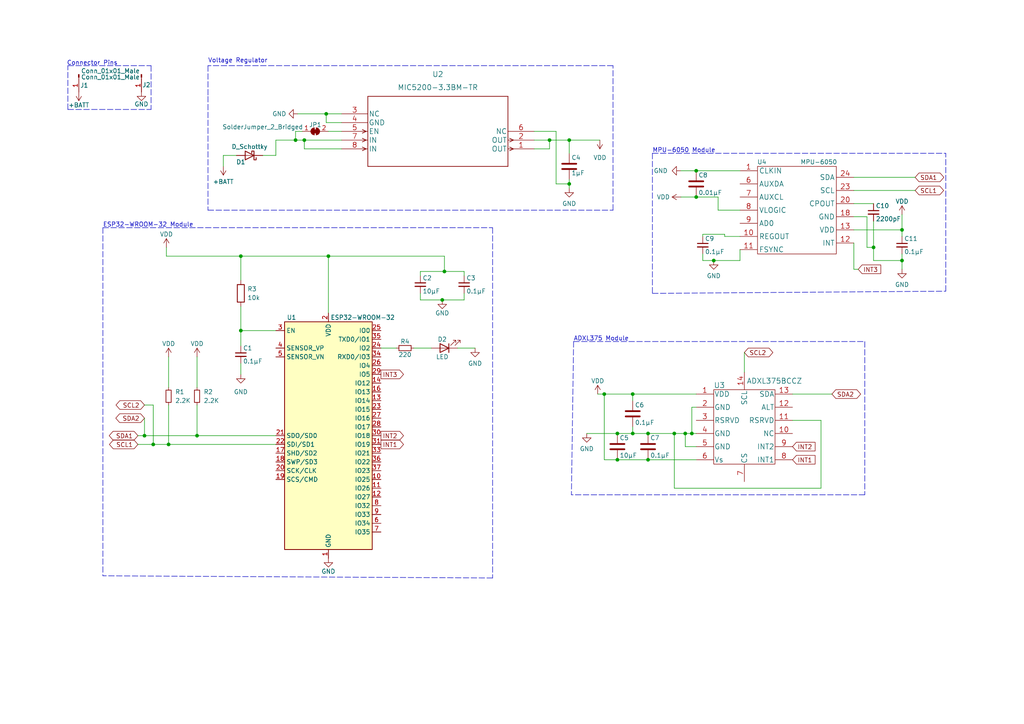
<source format=kicad_sch>
(kicad_sch (version 20211123) (generator eeschema)
  (paper "A4")
  (title_block (title "MITS System") (date "2022-01-30") (rev "Version 1.1") (company "Amogh Kashyap") (comment 2 "Not for Commercial or Monetary Use") (comment 3 "For Use with Proprietary Software") (comment 4 "Property of Amogh Kashyap"))
  (lib_symbols
    (symbol "Connector:Conn_01x01_Male" (pin_names (offset 1.016) hide)
      (property "Reference" "J" (at 0 2.54 0))
      (property "Value" "Conn_01x01_Male" (at 0 -2.54 0))
      (symbol "Conn_01x01_Male_1_1"
        (polyline (pts (xy 1.27 0) (xy 0.8636 0)) (stroke (width 0.1524)))
        (rectangle (start 0.8636 0.127) (end 0 -0.127) (stroke (width 0.1524)) (fill (type outline)))
        (pin passive line (at 5.08 0 180) (length 3.81) (name "Pin_1") (number "1"))
      )
    )
    (symbol "Device:C" (pin_numbers hide) (pin_names (offset 0.254))
      (property "Reference" "C" (at 0.635 2.54 0))
      (property "Value" "C" (at 0.635 -2.54 0))
      (symbol "C_0_1"
        (polyline (pts (xy -2.032 -0.762) (xy 2.032 -0.762)) (stroke (width 0.508)))
        (polyline (pts (xy -2.032 0.762) (xy 2.032 0.762)) (stroke (width 0.508)))
      )
      (symbol "C_1_1"
        (pin passive line (at 0 3.81 270) (length 2.794) (name "~") (number "1"))
        (pin passive line (at 0 -3.81 90) (length 2.794) (name "~") (number "2"))
      )
    )
    (symbol "Device:C_Small" (pin_numbers hide) (pin_names (offset 0.254) hide)
      (property "Reference" "C" (at 0.254 1.778 0))
      (property "Value" "C_Small" (at 0.254 -2.032 0))
      (symbol "C_Small_0_1"
        (polyline (pts (xy -1.524 -0.508) (xy 1.524 -0.508)) (stroke (width 0.3302)))
        (polyline (pts (xy -1.524 0.508) (xy 1.524 0.508)) (stroke (width 0.3048)))
      )
      (symbol "C_Small_1_1"
        (pin passive line (at 0 2.54 270) (length 2.032) (name "~") (number "1"))
        (pin passive line (at 0 -2.54 90) (length 2.032) (name "~") (number "2"))
      )
    )
    (symbol "Device:D_Schottky" (pin_numbers hide) (pin_names (offset 1.016) hide)
      (property "Reference" "D" (at 0 2.54 0))
      (property "Value" "D_Schottky" (at 0 -2.54 0))
      (symbol "D_Schottky_0_1"
        (polyline (pts (xy 1.27 0) (xy -1.27 0)))
        (polyline (pts (xy 1.27 1.27) (xy 1.27 -1.27) (xy -1.27 0) (xy 1.27 1.27)) (stroke (width 0.254)))
        (polyline (pts (xy -1.905 0.635) (xy -1.905 1.27) (xy -1.27 1.27) (xy -1.27 -1.27) (xy -0.635 -1.27) (xy -0.635 -0.635)) (stroke (width 0.254)))
      )
      (symbol "D_Schottky_1_1"
        (pin passive line (at -3.81 0 0) (length 2.54) (name "K") (number "1"))
        (pin passive line (at 3.81 0 180) (length 2.54) (name "A") (number "2"))
      )
    )
    (symbol "Device:LED" (pin_numbers hide) (pin_names (offset 1.016) hide)
      (property "Reference" "D" (at 0 2.54 0))
      (property "Value" "LED" (at 0 -2.54 0))
      (symbol "LED_0_1"
        (polyline (pts (xy -1.27 -1.27) (xy -1.27 1.27)) (stroke (width 0.254)))
        (polyline (pts (xy -1.27 0) (xy 1.27 0)))
        (polyline (pts (xy 1.27 -1.27) (xy 1.27 1.27) (xy -1.27 0) (xy 1.27 -1.27)) (stroke (width 0.254)))
        (polyline (pts (xy -3.048 -0.762) (xy -4.572 -2.286) (xy -3.81 -2.286) (xy -4.572 -2.286) (xy -4.572 -1.524)))
        (polyline (pts (xy -1.778 -0.762) (xy -3.302 -2.286) (xy -2.54 -2.286) (xy -3.302 -2.286) (xy -3.302 -1.524)))
      )
      (symbol "LED_1_1"
        (pin passive line (at -3.81 0 0) (length 2.54) (name "K") (number "1"))
        (pin passive line (at 3.81 0 180) (length 2.54) (name "A") (number "2"))
      )
    )
    (symbol "Device:R" (pin_numbers hide) (pin_names (offset 0))
      (property "Reference" "R" (at 2.032 0 90))
      (property "Value" "R" (at 0 0 90))
      (symbol "R_0_1"
        (rectangle (start -1.016 -2.54) (end 1.016 2.54) (stroke (width 0.254)))
      )
      (symbol "R_1_1"
        (pin passive line (at 0 3.81 270) (length 1.27) (name "~") (number "1"))
        (pin passive line (at 0 -3.81 90) (length 1.27) (name "~") (number "2"))
      )
    )
    (symbol "Device:R_Small" (pin_numbers hide) (pin_names (offset 0.254) hide)
      (property "Reference" "R" (at 0.762 0.508 0))
      (property "Value" "R_Small" (at 0.762 -1.016 0))
      (symbol "R_Small_0_1"
        (rectangle (start -0.762 1.778) (end 0.762 -1.778) (stroke (width 0.2032)))
      )
      (symbol "R_Small_1_1"
        (pin passive line (at 0 2.54 270) (length 0.762) (name "~") (number "1"))
        (pin passive line (at 0 -2.54 90) (length 0.762) (name "~") (number "2"))
      )
    )
    (symbol "Jumper:SolderJumper_2_Bridged" (pin_names (offset 0) hide)
      (property "Reference" "JP" (at 0 2.032 0))
      (property "Value" "SolderJumper_2_Bridged" (at 0 -2.54 0))
      (symbol "SolderJumper_2_Bridged_0_1"
        (rectangle (start -0.508 0.508) (end 0.508 -0.508) (fill (type outline)))
        (arc (start -0.254 1.016) (mid -1.27 0) (end -0.254 -1.016))
        (arc (start -0.254 1.016) (mid -1.27 0) (end -0.254 -1.016) (fill (type outline)))
        (polyline (pts (xy -0.254 1.016) (xy -0.254 -1.016)))
        (polyline (pts (xy 0.254 1.016) (xy 0.254 -1.016)))
        (arc (start 0.254 -1.016) (mid 1.27 0) (end 0.254 1.016))
        (arc (start 0.254 -1.016) (mid 1.27 0) (end 0.254 1.016) (fill (type outline)))
      )
      (symbol "SolderJumper_2_Bridged_1_1"
        (pin passive line (at -3.81 0 0) (length 2.54) (name "A") (number "1"))
        (pin passive line (at 3.81 0 180) (length 2.54) (name "B") (number "2"))
      )
    )
    (symbol "RF_Module:ESP32-WROOM-32"
      (property "Reference" "U" (at -12.7 34.29 0))
      (property "Value" "ESP32-WROOM-32" (at 1.27 34.29 0))
      (symbol "ESP32-WROOM-32_0_1"
        (rectangle (start -12.7 33.02) (end 12.7 -33.02) (stroke (width 0.254)) (fill (type background)))
      )
      (symbol "ESP32-WROOM-32_1_1"
        (pin power_in line (at 0 -35.56 90) (length 2.54) (name "GND") (number "1"))
        (pin bidirectional line (at 15.24 -12.7 180) (length 2.54) (name "IO25") (number "10"))
        (pin bidirectional line (at 15.24 -15.24 180) (length 2.54) (name "IO26") (number "11"))
        (pin bidirectional line (at 15.24 -17.78 180) (length 2.54) (name "IO27") (number "12"))
        (pin bidirectional line (at 15.24 10.16 180) (length 2.54) (name "IO14") (number "13"))
        (pin bidirectional line (at 15.24 15.24 180) (length 2.54) (name "IO12") (number "14"))
        (pin passive line (at 0 -35.56 90) (length 2.54) hide (name "GND") (number "15"))
        (pin bidirectional line (at 15.24 12.7 180) (length 2.54) (name "IO13") (number "16"))
        (pin bidirectional line (at -15.24 -5.08 0) (length 2.54) (name "SHD/SD2") (number "17"))
        (pin bidirectional line (at -15.24 -7.62 0) (length 2.54) (name "SWP/SD3") (number "18"))
        (pin bidirectional line (at -15.24 -12.7 0) (length 2.54) (name "SCS/CMD") (number "19"))
        (pin power_in line (at 0 35.56 270) (length 2.54) (name "VDD") (number "2"))
        (pin bidirectional line (at -15.24 -10.16 0) (length 2.54) (name "SCK/CLK") (number "20"))
        (pin bidirectional line (at -15.24 0 0) (length 2.54) (name "SDO/SD0") (number "21"))
        (pin bidirectional line (at -15.24 -2.54 0) (length 2.54) (name "SDI/SD1") (number "22"))
        (pin bidirectional line (at 15.24 7.62 180) (length 2.54) (name "IO15") (number "23"))
        (pin bidirectional line (at 15.24 25.4 180) (length 2.54) (name "IO2") (number "24"))
        (pin bidirectional line (at 15.24 30.48 180) (length 2.54) (name "IO0") (number "25"))
        (pin bidirectional line (at 15.24 20.32 180) (length 2.54) (name "IO4") (number "26"))
        (pin bidirectional line (at 15.24 5.08 180) (length 2.54) (name "IO16") (number "27"))
        (pin bidirectional line (at 15.24 2.54 180) (length 2.54) (name "IO17") (number "28"))
        (pin bidirectional line (at 15.24 17.78 180) (length 2.54) (name "IO5") (number "29"))
        (pin input line (at -15.24 30.48 0) (length 2.54) (name "EN") (number "3"))
        (pin bidirectional line (at 15.24 0 180) (length 2.54) (name "IO18") (number "30"))
        (pin bidirectional line (at 15.24 -2.54 180) (length 2.54) (name "IO19") (number "31"))
        (pin no_connect line (at -12.7 -27.94 0) (length 2.54) hide (name "NC") (number "32"))
        (pin bidirectional line (at 15.24 -5.08 180) (length 2.54) (name "IO21") (number "33"))
        (pin bidirectional line (at 15.24 22.86 180) (length 2.54) (name "RXD0/IO3") (number "34"))
        (pin bidirectional line (at 15.24 27.94 180) (length 2.54) (name "TXD0/IO1") (number "35"))
        (pin bidirectional line (at 15.24 -7.62 180) (length 2.54) (name "IO22") (number "36"))
        (pin bidirectional line (at 15.24 -10.16 180) (length 2.54) (name "IO23") (number "37"))
        (pin passive line (at 0 -35.56 90) (length 2.54) hide (name "GND") (number "38"))
        (pin passive line (at 0 -35.56 90) (length 2.54) hide (name "GND") (number "39"))
        (pin input line (at -15.24 25.4 0) (length 2.54) (name "SENSOR_VP") (number "4"))
        (pin input line (at -15.24 22.86 0) (length 2.54) (name "SENSOR_VN") (number "5"))
        (pin input line (at 15.24 -25.4 180) (length 2.54) (name "IO34") (number "6"))
        (pin input line (at 15.24 -27.94 180) (length 2.54) (name "IO35") (number "7"))
        (pin bidirectional line (at 15.24 -20.32 180) (length 2.54) (name "IO32") (number "8"))
        (pin bidirectional line (at 15.24 -22.86 180) (length 2.54) (name "IO33") (number "9"))
      )
    )
    (symbol "Regulator_Linear:MIC5200-3.3BM-TR" (pin_names (offset 0.254))
      (property "Reference" "U?" (at 27.94 11.4808 0))
      (property "Value" "MIC5200-3.3BM-TR" (at 27.94 7.6708 0))
      (symbol "MIC5200-3.3BM-TR_1_1"
        (polyline (pts (xy 7.112 -10.16) (xy 6.0452 -10.668)) (stroke (width 0.2032)))
        (polyline (pts (xy 7.112 -10.16) (xy 6.0452 -9.652)) (stroke (width 0.2032)))
        (polyline (pts (xy 7.112 -7.62) (xy 6.0452 -8.128)) (stroke (width 0.2032)))
        (polyline (pts (xy 7.112 -7.62) (xy 6.0452 -7.112)) (stroke (width 0.2032)))
        (polyline (pts (xy 7.112 -5.08) (xy 6.0452 -5.588)) (stroke (width 0.2032)))
        (polyline (pts (xy 7.112 -5.08) (xy 6.0452 -4.572)) (stroke (width 0.2032)))
        (polyline (pts (xy 7.62 -15.24) (xy 48.26 -15.24)) (stroke (width 0.2032)))
        (polyline (pts (xy 7.62 5.08) (xy 7.62 -15.24)) (stroke (width 0.2032)))
        (polyline (pts (xy 48.26 -15.24) (xy 48.26 5.08)) (stroke (width 0.2032)))
        (polyline (pts (xy 48.26 5.08) (xy 7.62 5.08)) (stroke (width 0.2032)))
        (polyline (pts (xy 48.768 -10.668) (xy 49.8348 -10.16)) (stroke (width 0.2032)))
        (polyline (pts (xy 48.768 -9.652) (xy 49.8348 -10.16)) (stroke (width 0.2032)))
        (polyline (pts (xy 48.768 -8.128) (xy 49.8348 -7.62)) (stroke (width 0.2032)))
        (polyline (pts (xy 48.768 -7.112) (xy 49.8348 -7.62)) (stroke (width 0.2032)))
        (pin output line (at 55.88 -10.16 180) (length 7.62) (name "OUT") (number "1"))
        (pin output line (at 55.88 -7.62 180) (length 7.62) (name "OUT") (number "2"))
        (pin passive line (at 0 0 0) (length 7.62) (name "NC") (number "3"))
        (pin power_in line (at 0 -2.54 0) (length 7.62) (name "GND") (number "4"))
        (pin input line (at 0 -5.08 0) (length 7.62) (name "EN") (number "5"))
        (pin passive line (at 55.88 -5.08 180) (length 7.62) (name "NC") (number "6"))
        (pin input line (at 0 -7.62 0) (length 7.62) (name "IN") (number "7"))
        (pin input line (at 0 -10.16 0) (length 7.62) (name "IN") (number "8"))
      )
    )
    (symbol "Sensor_Motion:ADXL375BCCZ" (pin_names (offset 0.254))
      (property "Reference" "U" (at 35.56 10.16 0))
      (property "Value" "ADXL375BCCZ" (at 35.56 7.62 0))
      (symbol "ADXL375BCCZ_0_1"
        (rectangle (start -8.89 10.16) (end 8.89 -11.43))
      )
      (symbol "ADXL375BCCZ_1_1"
        (pin power_in line (at -13.97 8.89 0) (length 5) (name "VDD") (number "1"))
        (pin bidirectional line (at 13.97 -2.54 180) (length 5) (name "NC") (number "10"))
        (pin bidirectional line (at 13.97 1.27 180) (length 5) (name "RSRVD") (number "11"))
        (pin bidirectional line (at 13.97 5.08 180) (length 5) (name "ALT") (number "12"))
        (pin bidirectional line (at 13.97 8.89 180) (length 5) (name "SDA") (number "13"))
        (pin unspecified line (at 0 15.24 270) (length 5) (name "SCL") (number "14"))
        (pin bidirectional line (at -13.97 5.08 0) (length 5) (name "GND") (number "2"))
        (pin bidirectional line (at -13.97 1.27 0) (length 5) (name "RSRVD") (number "3"))
        (pin bidirectional line (at -13.97 -2.54 0) (length 5) (name "GND") (number "4"))
        (pin bidirectional line (at -13.97 -6.35 0) (length 5) (name "GND") (number "5"))
        (pin bidirectional line (at -13.97 -10.16 0) (length 5) (name "Vs") (number "6"))
        (pin bidirectional line (at 0 -16.51 90) (length 5) (name "CS") (number "7"))
        (pin bidirectional line (at 13.97 -10.16 180) (length 5) (name "INT1") (number "8"))
        (pin bidirectional line (at 13.97 -6.35 180) (length 5) (name "INT2") (number "9"))
      )
    )
    (symbol "Sensor_Motion:MPU-6050"
      (property "Reference" "U?" (at 3.81 15.24 0))
      (property "Value" "MPU-6050" (at 3.81 12.7 0))
      (symbol "MPU-6050_0_1"
        (rectangle (start -7.62 8.89) (end 15.24 -16.51))
      )
      (symbol "MPU-6050_1_1"
        (pin unspecified line (at -12.7 7.62 0) (length 5) (name "CLKIN") (number "1"))
        (pin unspecified line (at -12.7 -11.43 0) (length 5) (name "REGOUT") (number "10"))
        (pin unspecified line (at -12.7 -15.24 0) (length 5) (name "FSYNC") (number "11"))
        (pin unspecified line (at 20.32 -13.335 180) (length 5) (name "INT") (number "12"))
        (pin unspecified line (at 20.32 -9.525 180) (length 5) (name "VDD") (number "13"))
        (pin unspecified line (at 20.32 -5.715 180) (length 5) (name "GND") (number "18"))
        (pin no_connect line (at 3.81 -22.225 90) (length 5) hide (name "RESV") (number "19"))
        (pin unspecified line (at 20.32 -1.905 180) (length 5) (name "CPOUT") (number "20"))
        (pin no_connect line (at 6.35 -22.225 90) (length 5) hide (name "RESV") (number "21"))
        (pin no_connect line (at 8.89 -22.225 90) (length 5) hide (name "RESV") (number "22"))
        (pin unspecified line (at 20.32 1.905 180) (length 5) (name "SCL") (number "23"))
        (pin unspecified line (at 20.32 5.715 180) (length 5) (name "SDA") (number "24"))
        (pin unspecified line (at -12.7 3.81 0) (length 5) (name "AUXDA") (number "6"))
        (pin unspecified line (at -12.7 0 0) (length 5) (name "AUXCL") (number "7"))
        (pin unspecified line (at -12.7 -3.81 0) (length 5) (name "VLOGIC") (number "8"))
        (pin unspecified line (at -12.7 -7.62 0) (length 5) (name "AD0") (number "9"))
      )
    )
    (symbol "power:+BATT" (power) (pin_names (offset 0))
      (property "Value" "+BATT" (at 0 3.556 0))
      (symbol "+BATT_0_1"
        (polyline (pts (xy -0.762 1.27) (xy 0 2.54)))
        (polyline (pts (xy 0 0) (xy 0 2.54)))
        (polyline (pts (xy 0 2.54) (xy 0.762 1.27)))
      )
      (symbol "+BATT_1_1"
        (pin power_in line (at 0 0 90) (length 0) hide (name "+BATT") (number "1"))
      )
    )
    (symbol "power:GND" (power) (pin_names (offset 0))
      (property "Value" "GND" (at 0 -3.81 0))
      (symbol "GND_0_1"
        (polyline (pts (xy 0 0) (xy 0 -1.27) (xy 1.27 -1.27) (xy 0 -2.54) (xy -1.27 -1.27) (xy 0 -1.27)))
      )
      (symbol "GND_1_1"
        (pin power_in line (at 0 0 270) (length 0) hide (name "GND") (number "1"))
      )
    )
    (symbol "power:VDD" (power) (pin_names (offset 0))
      (property "Value" "VDD" (at 0 3.81 0))
      (symbol "VDD_0_1"
        (polyline (pts (xy -0.762 1.27) (xy 0 2.54)))
        (polyline (pts (xy 0 0) (xy 0 2.54)))
        (polyline (pts (xy 0 2.54) (xy 0.762 1.27)))
      )
      (symbol "VDD_1_1"
        (pin power_in line (at 0 0 90) (length 0) hide (name "VDD") (number "1"))
      )
    )
  )
  (junction (at 165.1 53.34))
  (junction (at 85.725 40.64))
  (junction (at 69.85 74.295))
  (junction (at 201.93 49.53))
  (junction (at 41.91 126.365))
  (junction (at 128.905 78.74))
  (junction (at 48.895 128.905))
  (junction (at 207.01 75.565))
  (junction (at 88.265 40.64))
  (junction (at 187.96 125.73))
  (junction (at 175.26 114.3))
  (junction (at 201.93 57.15))
  (junction (at 69.85 95.885))
  (junction (at 179.07 133.35))
  (junction (at 195.58 125.73))
  (junction (at 44.45 128.905))
  (junction (at 261.62 66.675))
  (junction (at 198.755 125.73))
  (junction (at 183.515 114.3))
  (junction (at 128.27 86.995))
  (junction (at 253.365 71.755))
  (junction (at 95.25 74.295))
  (junction (at 187.96 133.35))
  (junction (at 159.385 40.64))
  (junction (at 261.62 75.565))
  (junction (at 183.515 125.73))
  (junction (at 165.1 40.64))
  (junction (at 200.66 125.73))
  (junction (at 57.15 126.365))
  (junction (at 179.07 125.73))
  (junction (at 94.615 33.02))
  (wire (pts (xy 161.29 38.1) (xy 161.29 53.34)))
  (wire (pts (xy 57.15 126.365) (xy 80.01 126.365)))
  (wire (pts (xy 95.25 74.295) (xy 128.905 74.295)))
  (wire (pts (xy 94.615 35.56) (xy 94.615 33.02)))
  (wire (pts (xy 179.07 125.73) (xy 183.515 125.73)))
  (wire (pts (xy 69.85 105.41) (xy 69.85 108.585)))
  (wire (pts (xy 159.385 43.18) (xy 159.385 40.64)))
  (wire (pts (xy 201.93 129.54) (xy 198.755 129.54)))
  (wire (pts (xy 87.63 38.1) (xy 85.725 38.1)))
  (wire (pts (xy 195.58 141.605) (xy 238.125 141.605)))
  (wire (pts (xy 170.18 125.73) (xy 179.07 125.73)))
  (wire (pts (xy 69.85 95.885) (xy 69.85 100.33)))
  (wire (pts (xy 41.91 126.365) (xy 57.15 126.365)))
  (wire (pts (xy 69.85 95.885) (xy 80.01 95.885)))
  (wire (pts (xy 57.15 103.505) (xy 57.15 112.395)))
  (wire (pts (xy 165.1 40.64) (xy 173.99 40.64)))
  (wire (pts (xy 76.2 45.085) (xy 80.01 45.085)))
  (polyline (pts (xy 43.815 19.05) (xy 43.815 31.75)))
  (wire (pts (xy 121.92 78.74) (xy 121.92 80.01)))
  (polyline (pts (xy 189.23 44.45) (xy 274.32 44.45)))
  (wire (pts (xy 154.94 38.1) (xy 161.29 38.1)))
  (wire (pts (xy 175.26 114.3) (xy 183.515 114.3)))
  (wire (pts (xy 198.755 129.54) (xy 198.755 125.73)))
  (wire (pts (xy 247.65 70.485) (xy 247.65 78.105)))
  (wire (pts (xy 210.185 67.945) (xy 210.185 68.58)))
  (polyline (pts (xy 60.325 19.05) (xy 60.325 27.94)))
  (wire (pts (xy 247.65 55.245) (xy 265.43 55.245)))
  (polyline (pts (xy 250.825 99.06) (xy 250.825 143.51)))
  (wire (pts (xy 121.92 85.09) (xy 121.92 86.995)))
  (wire (pts (xy 165.1 40.64) (xy 165.1 44.45)))
  (wire (pts (xy 215.9 102.235) (xy 215.9 107.95)))
  (wire (pts (xy 253.365 64.135) (xy 253.365 71.755)))
  (wire (pts (xy 132.715 100.965) (xy 137.795 100.965)))
  (wire (pts (xy 69.85 74.295) (xy 95.25 74.295)))
  (polyline (pts (xy 19.685 31.75) (xy 43.815 31.75)))
  (wire (pts (xy 88.265 43.18) (xy 88.265 40.64)))
  (wire (pts (xy 197.485 49.53) (xy 201.93 49.53)))
  (wire (pts (xy 208.28 60.96) (xy 214.63 60.96)))
  (wire (pts (xy 128.905 78.74) (xy 121.92 78.74)))
  (wire (pts (xy 80.01 40.64) (xy 85.725 40.64)))
  (wire (pts (xy 214.63 72.39) (xy 214.63 75.565)))
  (wire (pts (xy 80.01 45.085) (xy 80.01 40.64)))
  (polyline (pts (xy 60.325 60.96) (xy 177.8 60.96)))
  (wire (pts (xy 197.485 57.15) (xy 201.93 57.15)))
  (wire (pts (xy 48.895 117.475) (xy 48.895 128.905)))
  (wire (pts (xy 41.91 117.475) (xy 44.45 117.475)))
  (wire (pts (xy 195.58 141.605) (xy 195.58 125.73)))
  (wire (pts (xy 208.28 57.15) (xy 208.28 60.96)))
  (wire (pts (xy 183.515 114.3) (xy 183.515 116.205)))
  (wire (pts (xy 261.62 73.66) (xy 261.62 75.565)))
  (polyline (pts (xy 250.825 143.51) (xy 165.735 143.51)))
  (wire (pts (xy 57.15 117.475) (xy 57.15 126.365)))
  (wire (pts (xy 154.94 43.18) (xy 159.385 43.18)))
  (polyline (pts (xy 29.845 66.04) (xy 29.845 167.005)))
  (polyline (pts (xy 142.875 66.04) (xy 142.875 167.64)))
  (wire (pts (xy 175.26 133.35) (xy 179.07 133.35)))
  (wire (pts (xy 214.63 75.565) (xy 207.01 75.565)))
  (wire (pts (xy 44.45 128.905) (xy 48.895 128.905)))
  (wire (pts (xy 238.125 121.92) (xy 238.125 141.605)))
  (wire (pts (xy 159.385 40.64) (xy 165.1 40.64)))
  (wire (pts (xy 40.005 128.905) (xy 44.45 128.905)))
  (wire (pts (xy 200.66 125.73) (xy 201.93 125.73)))
  (wire (pts (xy 161.29 53.34) (xy 165.1 53.34)))
  (wire (pts (xy 99.06 35.56) (xy 94.615 35.56)))
  (wire (pts (xy 110.49 100.965) (xy 114.935 100.965)))
  (wire (pts (xy 95.25 74.295) (xy 95.25 90.805)))
  (wire (pts (xy 261.62 66.675) (xy 261.62 68.58)))
  (wire (pts (xy 121.92 86.995) (xy 128.27 86.995)))
  (wire (pts (xy 69.85 74.295) (xy 69.85 81.28)))
  (wire (pts (xy 203.835 75.565) (xy 207.01 75.565)))
  (wire (pts (xy 48.26 71.755) (xy 48.26 74.295)))
  (polyline (pts (xy 142.875 167.64) (xy 29.845 167.005)))
  (wire (pts (xy 41.91 121.285) (xy 41.91 126.365)))
  (polyline (pts (xy 189.23 44.45) (xy 189.23 85.09)))
  (wire (pts (xy 247.65 78.105) (xy 248.92 78.105)))
  (wire (pts (xy 85.725 40.64) (xy 88.265 40.64)))
  (wire (pts (xy 261.62 62.23) (xy 261.62 66.675)))
  (wire (pts (xy 48.26 74.295) (xy 69.85 74.295)))
  (wire (pts (xy 128.905 78.74) (xy 134.62 78.74)))
  (wire (pts (xy 203.835 73.66) (xy 203.835 75.565)))
  (polyline (pts (xy 166.37 99.06) (xy 165.735 143.51)))
  (wire (pts (xy 88.265 40.64) (xy 99.06 40.64)))
  (wire (pts (xy 183.515 114.3) (xy 201.93 114.3)))
  (wire (pts (xy 251.46 62.865) (xy 251.46 71.755)))
  (wire (pts (xy 173.355 114.3) (xy 175.26 114.3)))
  (wire (pts (xy 187.96 125.73) (xy 195.58 125.73)))
  (wire (pts (xy 95.25 38.1) (xy 99.06 38.1)))
  (wire (pts (xy 261.62 75.565) (xy 261.62 78.105)))
  (wire (pts (xy 203.835 67.945) (xy 210.185 67.945)))
  (wire (pts (xy 183.515 125.73) (xy 187.96 125.73)))
  (wire (pts (xy 179.07 133.35) (xy 187.96 133.35)))
  (wire (pts (xy 154.94 40.64) (xy 159.385 40.64)))
  (polyline (pts (xy 19.685 31.75) (xy 19.685 19.05)))
  (wire (pts (xy 64.77 48.26) (xy 64.77 45.085)))
  (wire (pts (xy 94.615 33.02) (xy 99.06 33.02)))
  (wire (pts (xy 229.87 114.3) (xy 241.3 114.3)))
  (wire (pts (xy 201.93 57.15) (xy 208.28 57.15)))
  (wire (pts (xy 229.87 121.92) (xy 238.125 121.92)))
  (wire (pts (xy 48.895 128.905) (xy 80.01 128.905)))
  (polyline (pts (xy 177.8 60.96) (xy 177.8 19.05)))
  (wire (pts (xy 44.45 117.475) (xy 44.45 128.905)))
  (wire (pts (xy 201.93 118.11) (xy 200.66 118.11)))
  (wire (pts (xy 175.26 114.3) (xy 175.26 133.35)))
  (wire (pts (xy 198.755 125.73) (xy 200.66 125.73)))
  (polyline (pts (xy 177.8 19.05) (xy 60.325 19.05)))
  (wire (pts (xy 187.96 133.35) (xy 201.93 133.35)))
  (wire (pts (xy 247.65 62.865) (xy 251.46 62.865)))
  (wire (pts (xy 253.365 71.755) (xy 253.365 75.565)))
  (wire (pts (xy 64.77 45.085) (xy 68.58 45.085)))
  (polyline (pts (xy 19.685 19.05) (xy 43.815 19.05)))
  (wire (pts (xy 134.62 85.09) (xy 134.62 86.995)))
  (wire (pts (xy 247.65 51.435) (xy 265.43 51.435)))
  (wire (pts (xy 85.725 38.1) (xy 85.725 40.64)))
  (wire (pts (xy 253.365 75.565) (xy 261.62 75.565)))
  (wire (pts (xy 165.1 52.07) (xy 165.1 53.34)))
  (wire (pts (xy 203.835 68.58) (xy 203.835 67.945)))
  (wire (pts (xy 48.895 103.505) (xy 48.895 112.395)))
  (wire (pts (xy 99.06 43.18) (xy 88.265 43.18)))
  (wire (pts (xy 69.85 88.9) (xy 69.85 95.885)))
  (wire (pts (xy 247.65 66.675) (xy 261.62 66.675)))
  (wire (pts (xy 201.93 49.53) (xy 214.63 49.53)))
  (wire (pts (xy 195.58 125.73) (xy 198.755 125.73)))
  (wire (pts (xy 165.1 53.34) (xy 165.1 54.61)))
  (wire (pts (xy 200.66 118.11) (xy 200.66 125.73)))
  (polyline (pts (xy 274.32 84.455) (xy 274.32 44.45)))
  (wire (pts (xy 183.515 123.825) (xy 183.515 125.73)))
  (wire (pts (xy 134.62 86.995) (xy 128.27 86.995)))
  (wire (pts (xy 247.65 59.055) (xy 253.365 59.055)))
  (wire (pts (xy 251.46 71.755) (xy 253.365 71.755)))
  (wire (pts (xy 120.015 100.965) (xy 125.095 100.965)))
  (polyline (pts (xy 189.23 85.09) (xy 274.32 84.455)))
  (wire (pts (xy 210.185 68.58) (xy 214.63 68.58)))
  (wire (pts (xy 86.36 33.02) (xy 94.615 33.02)))
  (polyline (pts (xy 29.845 66.04) (xy 142.875 66.04)))
  (wire (pts (xy 134.62 78.74) (xy 134.62 80.01)))
  (wire (pts (xy 128.905 74.295) (xy 128.905 78.74)))
  (wire (pts (xy 40.005 126.365) (xy 41.91 126.365)))
  (polyline (pts (xy 60.325 27.94) (xy 60.325 60.96)))
  (polyline (pts (xy 166.37 99.06) (xy 250.825 99.06)))
  (text "MPU-6050 Module" (at 189.23 44.45 0) (effects (font (size 1.27 1.27)) (justify left bottom)))
  (text "Connector Pins\n" (at 19.3802 19.1262 0) (effects (font (size 1.27 1.27)) (justify left bottom)))
  (text "ESP32-WROOM-32 Module" (at 29.845 66.04 0) (effects (font (size 1.27 1.27)) (justify left bottom)))
  (text "Voltage Regulator" (at 60.325 18.415 0) (effects (font (size 1.27 1.27)) (justify left bottom)))
  (text "ADXL375 Module" (at 166.37 99.06 0) (effects (font (size 1.27 1.27)) (justify left bottom)))
  (global_label "SCL1" (shape bidirectional) (at 40.005 128.905 180) (property "Intersheet References" "${INTERSHEET_REFS}" (effects hide)))
  (global_label "INT3" (shape output) (at 110.49 108.585 0) (property "Intersheet References" "${INTERSHEET_REFS}" (effects hide)))
  (global_label "SDA2" (shape bidirectional) (at 41.91 121.285 180) (property "Intersheet References" "${INTERSHEET_REFS}" (effects hide)))
  (global_label "SCL1" (shape bidirectional) (at 265.43 55.245 0) (property "Intersheet References" "${INTERSHEET_REFS}" (effects hide)))
  (global_label "INT2" (shape output) (at 110.49 126.365 0) (property "Intersheet References" "${INTERSHEET_REFS}" (effects hide)))
  (global_label "INT1" (shape output) (at 110.49 128.905 0) (property "Intersheet References" "${INTERSHEET_REFS}" (effects hide)))
  (global_label "SCL2" (shape bidirectional) (at 41.91 117.475 180) (property "Intersheet References" "${INTERSHEET_REFS}" (effects hide)))
  (global_label "INT1" (shape input) (at 229.87 133.35 0) (property "Intersheet References" "${INTERSHEET_REFS}" (effects hide)))
  (global_label "SDA1" (shape bidirectional) (at 265.43 51.435 0) (property "Intersheet References" "${INTERSHEET_REFS}" (effects hide)))
  (global_label "SDA2" (shape bidirectional) (at 241.3 114.3 0) (property "Intersheet References" "${INTERSHEET_REFS}" (effects hide)))
  (global_label "SDA1" (shape bidirectional) (at 40.005 126.365 180) (property "Intersheet References" "${INTERSHEET_REFS}" (effects hide)))
  (global_label "INT3" (shape input) (at 248.92 78.105 0) (property "Intersheet References" "${INTERSHEET_REFS}" (effects hide)))
  (global_label "SCL2" (shape bidirectional) (at 215.9 102.235 0) (property "Intersheet References" "${INTERSHEET_REFS}" (effects hide)))
  (global_label "INT2" (shape input) (at 229.87 129.54 0) (property "Intersheet References" "${INTERSHEET_REFS}" (effects hide)))
  (symbol (lib_id "power:GND") (at 137.795 100.965 0) (unit 1)
    (property "Reference" "#PWR0120" (effects hide))
    (property "Value" "GND" (at 137.795 105.41 0))
  )
  (symbol (lib_id "Device:C_Small") (at 69.85 102.87 0) (unit 1)
    (property "Reference" "C1" (at 70.485 100.965 0) (effects (justify left)))
    (property "Value" "0.1µF" (at 70.485 104.775 0) (effects (justify left)))
    (property "Footprint" "Capacitor_SMD:C_0201_0603Metric_Pad0.64x0.40mm_HandSolder" (effects hide))
  )
  (symbol (lib_id "Device:C_Small") (at 261.62 71.12 0) (unit 1)
    (property "Reference" "C11" (at 262.255 69.215 0) (effects (justify left)))
    (property "Value" "0.1µF" (at 262.255 73.025 0) (effects (justify left)))
    (property "Footprint" "Capacitor_SMD:C_0201_0603Metric_Pad0.64x0.40mm_HandSolder" (effects hide))
  )
  (symbol (lib_id "power:VDD") (at 48.26 71.755 0) (unit 1)
    (property "Reference" "#PWR0104" (effects hide))
    (property "Value" "VDD" (at 48.26 67.945 0))
  )
  (symbol (lib_id "Device:R_Small") (at 48.895 114.935 0) (unit 1)
    (property "Reference" "R1" (at 50.8 113.6649 0) (effects (justify left)))
    (property "Value" "2.2K" (at 50.8 116.2049 0) (effects (justify left)))
    (property "Footprint" "Resistor_SMD:R_0201_0603Metric_Pad0.64x0.40mm_HandSolder" (effects hide))
  )
  (symbol (lib_id "Regulator_Linear:MIC5200-3.3BM-TR") (at 99.06 33.02 0) (unit 1)
    (property "Reference" "U2" (at 127 21.5392 0) (effects (font (size 1.524 1.524))))
    (property "Value" "MIC5200-3.3BM-TR" (at 127 25.3492 0) (effects (font (size 1.524 1.524))))
    (property "Footprint" "Voltage_Regulator_Linear:MIC5200-3.3YM" (effects hide))
  )
  (symbol (lib_id "power:VDD") (at 261.62 62.23 0) (unit 1)
    (property "Reference" "#PWR0110" (effects hide))
    (property "Value" "VDD" (at 261.62 58.42 0))
  )
  (symbol (lib_id "Device:C") (at 201.93 53.34 0) (unit 1)
    (property "Reference" "C8" (at 202.565 50.8 0) (effects (justify left)))
    (property "Value" "0.01µF" (at 202.565 55.88 0) (effects (justify left)))
    (property "Footprint" "Capacitor_SMD:C_0201_0603Metric_Pad0.64x0.40mm_HandSolder" (effects hide))
  )
  (symbol (lib_id "Device:C_Small") (at 253.365 61.595 0) (unit 1)
    (property "Reference" "C10" (at 254 59.69 0) (effects (justify left)))
    (property "Value" "2200pF" (at 254 63.5 0) (effects (justify left)))
    (property "Footprint" "Capacitor_SMD:C_0402_1005Metric_Pad0.74x0.62mm_HandSolder" (effects hide))
  )
  (symbol (lib_id "power:VDD") (at 57.15 103.505 0) (unit 1)
    (property "Reference" "#PWR0118" (effects hide))
    (property "Value" "VDD" (at 57.15 99.695 0))
  )
  (symbol (lib_id "power:GND") (at 165.1 54.61 0) (unit 1)
    (property "Reference" "#PWR0107" (effects hide))
    (property "Value" "GND" (at 165.1 59.055 0))
  )
  (symbol (lib_id "Device:C") (at 187.96 129.54 0) (unit 1)
    (property "Reference" "C7" (at 188.595 127 0) (effects (justify left)))
    (property "Value" "0.1µF" (at 188.595 132.08 0) (effects (justify left)))
    (property "Footprint" "Capacitor_SMD:C_0201_0603Metric_Pad0.64x0.40mm_HandSolder" (effects hide))
  )
  (symbol (lib_id "power:VDD") (at 48.895 103.505 0) (unit 1)
    (property "Reference" "#PWR0117" (effects hide))
    (property "Value" "VDD" (at 48.895 99.695 0))
  )
  (symbol (lib_id "Connector:Conn_01x01_Male") (at 22.86 21.59 270) (unit 1)
    (property "Reference" "J1" (at 23.241 24.765 90) (effects (justify left)))
    (property "Value" "Conn_01x01_Male" (at 23.495 20.574 90) (effects (justify left)))
    (property "Footprint" "TestPoint:TestPoint_Pad_3.0x3.0mm" (effects hide))
  )
  (symbol (lib_id "power:+BATT") (at 64.77 48.26 180) (unit 1)
    (property "Reference" "#PWR0103" (effects hide))
    (property "Value" "+BATT" (at 64.77 52.705 0))
  )
  (symbol (lib_id "power:GND") (at 170.18 125.73 0) (unit 1)
    (property "Reference" "#PWR0115" (effects hide))
    (property "Value" "GND" (at 170.18 130.175 0))
  )
  (symbol (lib_id "Device:C_Small") (at 203.835 71.12 0) (unit 1)
    (property "Reference" "C9" (at 204.47 69.215 0) (effects (justify left)))
    (property "Value" "0.1µF" (at 204.47 73.025 0) (effects (justify left)))
    (property "Footprint" "Capacitor_SMD:C_0201_0603Metric_Pad0.64x0.40mm_HandSolder" (effects hide))
  )
  (symbol (lib_id "power:GND") (at 128.27 86.995 0) (unit 1)
    (property "Reference" "#PWR0108" (effects hide))
    (property "Value" "GND" (at 128.27 90.805 0))
  )
  (symbol (lib_id "Device:D_Schottky") (at 72.39 45.085 180) (unit 1)
    (property "Reference" "D1" (at 69.85 46.99 0))
    (property "Value" "D_Schottky" (at 72.39 42.545 0))
    (property "Footprint" "Diode_SMD:D_0402_1005Metric_Pad0.77x0.64mm_HandSolder" (effects hide))
  )
  (symbol (lib_id "power:GND") (at 197.485 49.53 270) (unit 1)
    (property "Reference" "#PWR0112" (effects hide))
    (property "Value" "GND" (at 193.675 49.5299 90) (effects (justify right)))
  )
  (symbol (lib_id "power:GND") (at 41.021 26.67 0) (unit 1)
    (property "Reference" "#PWR0102" (effects hide))
    (property "Value" "GND" (at 41.021 30.2006 0))
  )
  (symbol (lib_id "power:GND") (at 261.62 78.105 0) (unit 1)
    (property "Reference" "#PWR0109" (effects hide))
    (property "Value" "GND" (at 261.62 82.55 0))
  )
  (symbol (lib_id "power:GND") (at 207.01 75.565 0) (unit 1)
    (property "Reference" "#PWR0111" (effects hide))
    (property "Value" "GND" (at 207.01 80.01 0))
  )
  (symbol (lib_id "Device:R_Small") (at 57.15 114.935 0) (unit 1)
    (property "Reference" "R2" (at 59.055 113.6649 0) (effects (justify left)))
    (property "Value" "2.2K" (at 59.055 116.2049 0) (effects (justify left)))
    (property "Footprint" "Resistor_SMD:R_0201_0603Metric_Pad0.64x0.40mm_HandSolder" (effects hide))
  )
  (symbol (lib_id "Device:C_Small") (at 134.62 82.55 0) (unit 1)
    (property "Reference" "C3" (at 135.255 80.645 0) (effects (justify left)))
    (property "Value" "0.1µF" (at 135.255 84.455 0) (effects (justify left)))
    (property "Footprint" "Capacitor_SMD:C_0201_0603Metric_Pad0.64x0.40mm_HandSolder" (effects hide))
  )
  (symbol (lib_id "Sensor_Motion:ADXL375BCCZ") (at 215.9 123.19 0) (unit 1)
    (property "Reference" "U3" (at 207.01 111.76 0) (effects (font (size 1.524 1.524)) (justify left)))
    (property "Value" "ADXL375BCCZ" (at 216.535 110.49 0) (effects (font (size 1.524 1.524)) (justify left)))
    (property "Footprint" "Sensor_Motion:ADXL375BCCZ" (effects hide))
  )
  (symbol (lib_id "Connector:Conn_01x01_Male") (at 41.021 21.59 270) (unit 1)
    (property "Reference" "J2" (at 41.275 24.638 90) (effects (justify left)))
    (property "Value" "Conn_01x01_Male" (at 23.495 22.352 90) (effects (justify left)))
    (property "Footprint" "TestPoint:TestPoint_Pad_D3.0mm" (effects hide))
  )
  (symbol (lib_id "power:VDD") (at 197.485 57.15 90) (unit 1)
    (property "Reference" "#PWR0113" (effects hide))
    (property "Value" "VDD" (at 194.31 57.1499 90) (effects (justify left)))
  )
  (symbol (lib_id "power:GND") (at 86.36 33.02 270) (unit 1)
    (property "Reference" "#PWR0105" (effects hide))
    (property "Value" "GND" (at 83.058 33.0199 90) (effects (justify right)))
  )
  (symbol (lib_id "Device:C_Small") (at 121.92 82.55 0) (unit 1)
    (property "Reference" "C2" (at 122.555 80.645 0) (effects (justify left)))
    (property "Value" "10µF" (at 122.555 84.455 0) (effects (justify left)))
    (property "Footprint" "Capacitor_SMD:C_0603_1608Metric_Pad1.08x0.95mm_HandSolder" (effects hide))
  )
  (symbol (lib_id "power:+BATT") (at 22.86 26.67 180) (unit 1)
    (property "Reference" "#PWR0101" (effects hide))
    (property "Value" "+BATT" (at 22.86 30.48 0))
  )
  (symbol (lib_id "RF_Module:ESP32-WROOM-32") (at 95.25 126.365 0) (unit 1)
    (property "Reference" "U1" (at 83.185 92.075 0) (effects (justify left)))
    (property "Value" "ESP32-WROOM-32" (at 95.885 92.075 0) (effects (justify left)))
    (property "Footprint" "RF_Module:ESP32-WROOM-32" (effects hide))
    (property "Datasheet" "https://www.espressif.com/sites/default/files/documentation/esp32-wroom-32_datasheet_en.pdf" (effects hide))
  )
  (symbol (lib_id "power:VDD") (at 173.355 114.3 0) (unit 1)
    (property "Reference" "#PWR0114" (effects hide))
    (property "Value" "VDD" (at 173.355 110.49 0))
  )
  (symbol (lib_id "Jumper:SolderJumper_2_Bridged") (at 91.44 38.1 0) (unit 1)
    (property "Reference" "JP1" (at 91.44 36.195 0))
    (property "Value" "SolderJumper_2_Bridged" (at 76.2 36.83 0))
    (property "Footprint" "Jumper:SolderJumper-2_P1.3mm_Bridged_Pad1.0x1.5mm" (effects hide))
  )
  (symbol (lib_id "Device:R_Small") (at 117.475 100.965 270) (unit 1)
    (property "Reference" "R4" (at 117.475 99.06 90))
    (property "Value" "220" (at 117.475 102.87 90))
    (property "Footprint" "Resistor_SMD:R_0201_0603Metric_Pad0.64x0.40mm_HandSolder" (effects hide))
  )
  (symbol (lib_id "Sensor_Motion:MPU-6050") (at 227.33 57.15 0) (unit 1)
    (property "Reference" "U4" (at 220.98 46.99 0))
    (property "Value" "MPU-6050" (at 237.49 46.99 0))
    (property "Footprint" "Sensor_Motion:InvenSense_QFN-24_4x4mm_P0.5mm" (effects hide))
    (property "Datasheet" "https://store.invensense.com/datasheets/invensense/MPU-6050_DataSheet_V3%204.pdf" (effects hide))
  )
  (symbol (lib_id "Device:LED") (at 128.905 100.965 180) (unit 1)
    (property "Reference" "D2" (at 128.27 98.425 0))
    (property "Value" "LED" (at 128.27 103.505 0))
    (property "Footprint" "LED_SMD:LED_0402_1005Metric_Pad0.77x0.64mm_HandSolder" (effects hide))
  )
  (symbol (lib_id "power:GND") (at 69.85 108.585 0) (unit 1)
    (property "Reference" "#PWR0116" (effects hide))
    (property "Value" "GND" (at 69.85 113.665 0))
  )
  (symbol (lib_id "power:VDD") (at 173.99 40.64 180) (unit 1)
    (property "Reference" "#PWR0106" (effects hide))
    (property "Value" "VDD" (at 173.99 45.72 0))
  )
  (symbol (lib_id "Device:C") (at 165.1 48.26 0) (unit 1)
    (property "Reference" "C4" (at 165.735 45.72 0) (effects (justify left)))
    (property "Value" "1µF" (at 165.735 50.165 0) (effects (justify left)))
    (property "Footprint" "Capacitor_SMD:C_0402_1005Metric_Pad0.74x0.62mm_HandSolder" (effects hide))
  )
  (symbol (lib_id "power:GND") (at 95.25 161.925 0) (unit 1)
    (property "Reference" "#PWR0119" (effects hide))
    (property "Value" "GND" (at 95.25 165.735 0))
  )
  (symbol (lib_id "Device:C") (at 183.515 120.015 0) (unit 1)
    (property "Reference" "C6" (at 184.15 117.475 0) (effects (justify left)))
    (property "Value" "0.1µF" (at 184.15 122.555 0) (effects (justify left)))
    (property "Footprint" "Capacitor_SMD:C_0201_0603Metric_Pad0.64x0.40mm_HandSolder" (effects hide))
  )
  (symbol (lib_id "Device:R") (at 69.85 85.09 0) (unit 1)
    (property "Reference" "R3" (at 71.755 83.8199 0) (effects (justify left)))
    (property "Value" "10k" (at 71.755 86.3599 0) (effects (justify left)))
    (property "Footprint" "Resistor_SMD:R_0201_0603Metric_Pad0.64x0.40mm_HandSolder" (effects hide))
  )
  (symbol (lib_id "Device:C") (at 179.07 129.54 0) (unit 1)
    (property "Reference" "C5" (at 179.705 127 0) (effects (justify left)))
    (property "Value" "10µF" (at 179.705 132.08 0) (effects (justify left)))
    (property "Footprint" "Capacitor_SMD:C_0603_1608Metric_Pad1.08x0.95mm_HandSolder" (effects hide))
  )
)
</source>
